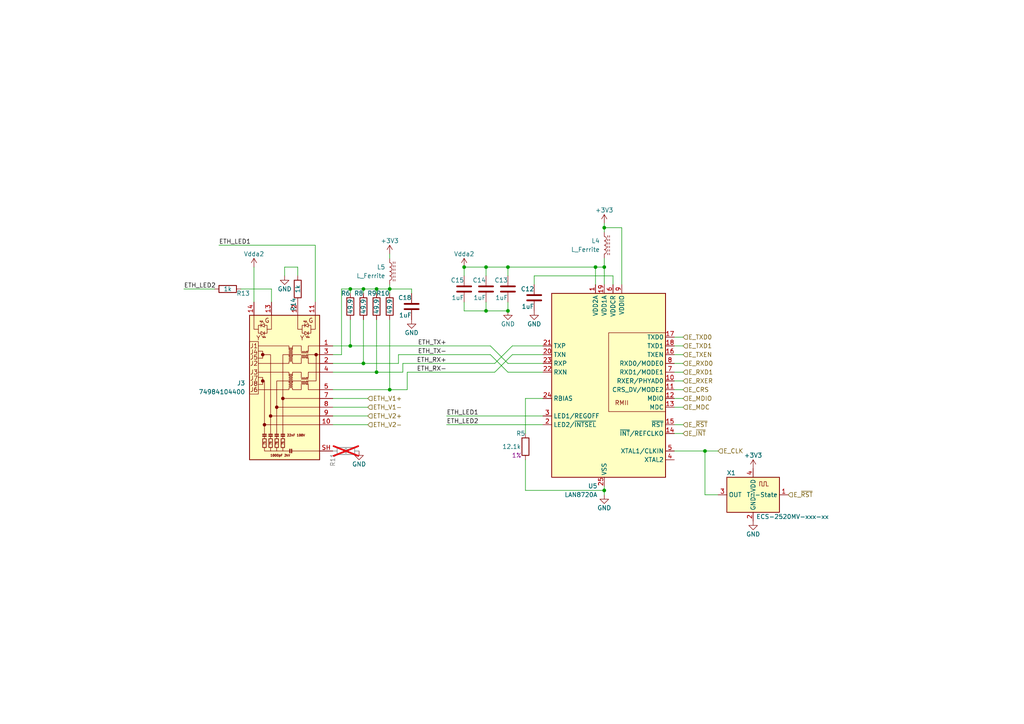
<source format=kicad_sch>
(kicad_sch (version 20230121) (generator eeschema)
  (paper "A4")
  (title_block (title "Addressable LED Controller") (date "2023-07-30") (rev "4.0") (comment 1 "Jamal Bouajjaj") (comment 2 "Ethernet Physical"))
  (lib_symbols
    (symbol "Device:C" (pin_numbers hide) (pin_names (offset 0.254))
      (property "Reference" "C" (at 0.635 2.54 0))
      (property "Value" "C" (at 0.635 -2.54 0))
      (symbol "C_0_1"
        (polyline (pts (xy -2.032 -0.762) (xy 2.032 -0.762)) (stroke (width 0.508)))
        (polyline (pts (xy -2.032 0.762) (xy 2.032 0.762)) (stroke (width 0.508)))
      )
      (symbol "C_1_1"
        (pin passive line (at 0 3.81 270) (length 2.794) (name "~") (number "1"))
        (pin passive line (at 0 -3.81 90) (length 2.794) (name "~") (number "2"))
      )
    )
    (symbol "Device:L_Ferrite" (pin_numbers hide) (pin_names (offset 1.016) hide)
      (property "Reference" "L" (at -1.27 0 90))
      (property "Value" "L_Ferrite" (at 2.794 0 90))
      (symbol "L_Ferrite_0_1"
        (arc (start 0 -2.54) (mid 0.6323 -1.905) (end 0 -1.27))
        (arc (start 0 -1.27) (mid 0.6323 -0.635) (end 0 0))
        (polyline (pts (xy 1.016 -2.794) (xy 1.016 -2.286)))
        (polyline (pts (xy 1.016 -1.778) (xy 1.016 -1.27)))
        (polyline (pts (xy 1.016 -0.762) (xy 1.016 -0.254)))
        (polyline (pts (xy 1.016 0.254) (xy 1.016 0.762)))
        (polyline (pts (xy 1.016 1.27) (xy 1.016 1.778)))
        (polyline (pts (xy 1.016 2.286) (xy 1.016 2.794)))
        (polyline (pts (xy 1.524 -2.286) (xy 1.524 -2.794)))
        (polyline (pts (xy 1.524 -1.27) (xy 1.524 -1.778)))
        (polyline (pts (xy 1.524 -0.254) (xy 1.524 -0.762)))
        (polyline (pts (xy 1.524 0.762) (xy 1.524 0.254)))
        (polyline (pts (xy 1.524 1.778) (xy 1.524 1.27)))
        (polyline (pts (xy 1.524 2.794) (xy 1.524 2.286)))
        (arc (start 0 0) (mid 0.6323 0.635) (end 0 1.27))
        (arc (start 0 1.27) (mid 0.6323 1.905) (end 0 2.54))
      )
      (symbol "L_Ferrite_1_1"
        (pin passive line (at 0 3.81 270) (length 1.27) (name "1") (number "1"))
        (pin passive line (at 0 -3.81 90) (length 1.27) (name "2") (number "2"))
      )
    )
    (symbol "Device:R" (pin_numbers hide) (pin_names (offset 0))
      (property "Reference" "R" (at 2.032 0 90))
      (property "Value" "R" (at 0 0 90))
      (symbol "R_0_1"
        (rectangle (start -1.016 -2.54) (end 1.016 2.54) (stroke (width 0.254)))
      )
      (symbol "R_1_1"
        (pin passive line (at 0 3.81 270) (length 1.27) (name "~") (number "1"))
        (pin passive line (at 0 -3.81 90) (length 1.27) (name "~") (number "2"))
      )
    )
    (symbol "Interface_Ethernet:LAN8720A"
      (property "Reference" "U" (at -13.97 29.21 0))
      (property "Value" "LAN8720A" (at 15.24 29.21 0))
      (symbol "LAN8720A_0_0"
        (text "RMII" (at -5.08 -3.81 0) (effects (font (size 1.27 1.27))))
      )
      (symbol "LAN8720A_0_1"
        (rectangle (start -17.78 27.94) (end 15.24 -25.4) (stroke (width 0.254)) (fill (type background)))
        (polyline (pts (xy -17.78 -6.35) (xy -1.27 -6.35) (xy -1.27 16.51) (xy -17.78 16.51)))
      )
      (symbol "LAN8720A_1_1"
        (pin power_in line (at 2.54 30.48 270) (length 2.54) (name "VDD2A") (number "1"))
        (pin output line (at -20.32 2.54 0) (length 2.54) (name "RXER/PHYAD0") (number "10"))
        (pin bidirectional line (at -20.32 0 0) (length 2.54) (name "CRS_DV/MODE2") (number "11"))
        (pin bidirectional line (at -20.32 -2.54 0) (length 2.54) (name "MDIO") (number "12"))
        (pin input line (at -20.32 -5.08 0) (length 2.54) (name "MDC") (number "13"))
        (pin output line (at -20.32 -12.7 0) (length 2.54) (name "~{INT}/REFCLKO") (number "14"))
        (pin input line (at -20.32 -10.16 0) (length 2.54) (name "~{RST}") (number "15"))
        (pin input line (at -20.32 10.16 0) (length 2.54) (name "TXEN") (number "16"))
        (pin input line (at -20.32 15.24 0) (length 2.54) (name "TXD0") (number "17"))
        (pin input line (at -20.32 12.7 0) (length 2.54) (name "TXD1") (number "18"))
        (pin power_in line (at 0 30.48 270) (length 2.54) (name "VDD1A") (number "19"))
        (pin bidirectional line (at 17.78 -10.16 180) (length 2.54) (name "LED2/~{INTSEL}") (number "2"))
        (pin bidirectional line (at 17.78 10.16 180) (length 2.54) (name "TXN") (number "20"))
        (pin bidirectional line (at 17.78 12.7 180) (length 2.54) (name "TXP") (number "21"))
        (pin bidirectional line (at 17.78 5.08 180) (length 2.54) (name "RXN") (number "22"))
        (pin bidirectional line (at 17.78 7.62 180) (length 2.54) (name "RXP") (number "23"))
        (pin passive line (at 17.78 -2.54 180) (length 2.54) (name "RBIAS") (number "24"))
        (pin power_in line (at 0 -27.94 90) (length 2.54) (name "VSS") (number "25"))
        (pin bidirectional line (at 17.78 -7.62 180) (length 2.54) (name "LED1/REGOFF") (number "3"))
        (pin output line (at -20.32 -20.32 0) (length 2.54) (name "XTAL2") (number "4"))
        (pin input line (at -20.32 -17.78 0) (length 2.54) (name "XTAL1/CLKIN") (number "5"))
        (pin power_in line (at -2.54 30.48 270) (length 2.54) (name "VDDCR") (number "6"))
        (pin bidirectional line (at -20.32 5.08 0) (length 2.54) (name "RXD1/MODE1") (number "7"))
        (pin bidirectional line (at -20.32 7.62 0) (length 2.54) (name "RXD0/MODE0") (number "8"))
        (pin power_in line (at -5.08 30.48 270) (length 2.54) (name "VDDIO") (number "9"))
      )
    )
    (symbol "Oscillator:ECS-2520MV-xxx-xx"
      (property "Reference" "X" (at -5.08 6.35 0))
      (property "Value" "ECS-2520MV-xxx-xx" (at 1.27 -6.35 0))
      (symbol "ECS-2520MV-xxx-xx_0_1"
        (rectangle (start -7.62 5.08) (end 7.62 -5.08) (stroke (width 0.254)) (fill (type background)))
        (polyline (pts (xy -4.445 2.54) (xy -3.81 2.54) (xy -3.81 3.81) (xy -3.175 3.81) (xy -3.175 2.54) (xy -2.54 2.54) (xy -2.54 3.81) (xy -1.905 3.81) (xy -1.905 2.54)))
      )
      (symbol "ECS-2520MV-xxx-xx_1_1"
        (pin input line (at -10.16 0 0) (length 2.54) (name "Tri-State") (number "1"))
        (pin power_in line (at 0 -7.62 90) (length 2.54) (name "GND") (number "2"))
        (pin output line (at 10.16 0 180) (length 2.54) (name "OUT") (number "3"))
        (pin power_in line (at 0 7.62 270) (length 2.54) (name "VDD") (number "4"))
      )
    )
    (symbol "ProjectLibrary:74984104400" (pin_names (offset 0) hide)
      (property "Reference" "J" (at 10.16 -19.05 0))
      (property "Value" "74984104400" (at -5.08 -21.59 0))
      (symbol "74984104400_0_0"
        (circle (center -10.414 10.16) (radius 0.0001) (stroke (width 0.508)))
        (circle (center -0.762 -2.54) (radius 0.0001) (stroke (width 0.508)))
        (polyline (pts (xy -6.096 2.54) (xy -3.556 2.54)))
        (polyline (pts (xy -6.096 10.16) (xy -3.556 10.16)))
        (polyline (pts (xy -3.556 0.508) (xy -3.556 0) (xy -6.096 0) (xy -6.096 1.524)))
        (polyline (pts (xy -3.556 4.572) (xy -3.556 5.08) (xy -6.096 5.08) (xy -6.096 3.556)))
        (polyline (pts (xy -3.556 8.128) (xy -3.556 7.62) (xy -6.096 7.62) (xy -6.096 9.144)))
        (polyline (pts (xy -3.556 12.192) (xy -3.556 12.7) (xy -6.096 12.7) (xy -6.096 11.176)))
        (circle (center 1.016 -5.08) (radius 0.0001) (stroke (width 0.508)))
        (circle (center 2.794 -7.62) (radius 0.0001) (stroke (width 0.508)))
        (circle (center 4.572 -10.16) (radius 0.0001) (stroke (width 0.508)))
        (circle (center 5.08 2.54) (radius 0.0001) (stroke (width 0.508)))
        (circle (center 5.08 10.16) (radius 0.0001) (stroke (width 0.508)))
        (text "1000pF 2kV" (at 0 -19.05 0) (effects (font (size 0.635 0.635))))
        (text "G" (at -8.89 20.066 0) (effects (font (size 1.27 1.27))))
        (text "G" (at 3.81 20.066 0) (effects (font (size 1.27 1.27))))
        (text "Y" (at -6.35 14.986 0) (effects (font (size 1.27 1.27))))
        (text "Y" (at 6.35 14.986 0) (effects (font (size 1.27 1.27))))
      )
      (symbol "74984104400_0_1"
        (rectangle (start -11.43 21.59) (end 8.89 -20.32) (stroke (width 0.254)) (fill (type background)))
        (arc (start -8.128 2.54) (mid -7.874 2.2871) (end -7.62 2.54))
        (arc (start -8.128 3.556) (mid -7.874 3.3031) (end -7.62 3.556))
        (arc (start -8.128 10.16) (mid -7.874 9.9071) (end -7.62 10.16))
        (arc (start -8.128 11.176) (mid -7.874 10.9231) (end -7.62 11.176))
        (circle (center -7.874 1.5251) (radius 0.0762) (stroke (width 0.0254)) (fill (type outline)))
        (circle (center -7.874 2.54) (radius 0.0762) (stroke (width 0.0254)) (fill (type outline)))
        (circle (center -7.874 3.556) (radius 0.0762) (stroke (width 0.0254)) (fill (type outline)))
        (circle (center -7.874 9.1451) (radius 0.0762) (stroke (width 0.0254)) (fill (type outline)))
        (circle (center -7.874 10.16) (radius 0.0762) (stroke (width 0.0254)) (fill (type outline)))
        (circle (center -7.874 11.176) (radius 0.0762) (stroke (width 0.0254)) (fill (type outline)))
        (arc (start -7.62 1.5251) (mid -7.874 1.778) (end -8.128 1.5251))
        (arc (start -7.62 2.54) (mid -7.366 2.2871) (end -7.112 2.54))
        (arc (start -7.62 3.556) (mid -7.366 3.3031) (end -7.112 3.556))
        (arc (start -7.62 9.1451) (mid -7.874 9.398) (end -8.128 9.1451))
        (arc (start -7.62 10.16) (mid -7.366 9.9071) (end -7.112 10.16))
        (arc (start -7.62 11.176) (mid -7.366 10.9231) (end -7.112 11.176))
        (arc (start -7.112 1.5251) (mid -7.366 1.778) (end -7.62 1.5251))
        (arc (start -7.112 2.54) (mid -6.858 2.2871) (end -6.604 2.54))
        (arc (start -7.112 3.556) (mid -6.858 3.3031) (end -6.604 3.556))
        (arc (start -7.112 9.1451) (mid -7.366 9.398) (end -7.62 9.1451))
        (arc (start -7.112 10.16) (mid -6.858 9.9071) (end -6.604 10.16))
        (arc (start -7.112 11.176) (mid -6.858 10.9231) (end -6.604 11.176))
        (arc (start -6.604 1.5251) (mid -6.858 1.778) (end -7.112 1.5251))
        (arc (start -6.604 2.54) (mid -6.35 2.2871) (end -6.096 2.54))
        (arc (start -6.604 3.556) (mid -6.35 3.3031) (end -6.096 3.556))
        (arc (start -6.604 9.1451) (mid -6.858 9.398) (end -7.112 9.1451))
        (arc (start -6.604 10.16) (mid -6.35 9.9071) (end -6.096 10.16))
        (arc (start -6.604 11.176) (mid -6.35 10.9231) (end -6.096 11.176))
        (arc (start -6.096 1.5251) (mid -6.35 1.778) (end -6.604 1.5251))
        (arc (start -6.096 9.1451) (mid -6.35 9.398) (end -6.604 9.1451))
        (arc (start -3.556 0.508) (mid -3.303 0.762) (end -3.556 1.016))
        (arc (start -3.556 1.016) (mid -3.3031 1.27) (end -3.556 1.524))
        (arc (start -3.556 1.524) (mid -3.303 1.778) (end -3.556 2.032))
        (arc (start -3.556 2.032) (mid -3.303 2.286) (end -3.556 2.54))
        (circle (center -3.556 2.286) (radius 0.0762) (stroke (width 0.0254)) (fill (type outline)))
        (arc (start -3.556 2.54) (mid -3.303 2.794) (end -3.556 3.048))
        (arc (start -3.556 3.048) (mid -3.303 3.302) (end -3.556 3.556))
        (arc (start -3.556 3.556) (mid -3.3031 3.81) (end -3.556 4.064))
        (arc (start -3.556 4.064) (mid -3.303 4.318) (end -3.556 4.572))
        (circle (center -3.556 4.318) (radius 0.0762) (stroke (width 0.0254)) (fill (type outline)))
        (arc (start -3.556 8.128) (mid -3.303 8.382) (end -3.556 8.636))
        (arc (start -3.556 8.636) (mid -3.3031 8.89) (end -3.556 9.144))
        (arc (start -3.556 9.144) (mid -3.303 9.398) (end -3.556 9.652))
        (arc (start -3.556 9.652) (mid -3.303 9.906) (end -3.556 10.16))
        (circle (center -3.556 9.906) (radius 0.0762) (stroke (width 0.0254)) (fill (type outline)))
        (arc (start -3.556 10.16) (mid -3.303 10.414) (end -3.556 10.668))
        (arc (start -3.556 10.668) (mid -3.303 10.922) (end -3.556 11.176))
        (arc (start -3.556 11.176) (mid -3.3031 11.43) (end -3.556 11.684))
        (arc (start -3.556 11.684) (mid -3.303 11.938) (end -3.556 12.192))
        (circle (center -3.556 11.938) (radius 0.0762) (stroke (width 0.0254)) (fill (type outline)))
        (arc (start -2.54 1.016) (mid -2.793 0.762) (end -2.54 0.508))
        (arc (start -2.54 1.524) (mid -2.7929 1.27) (end -2.54 1.016))
        (arc (start -2.54 2.032) (mid -2.793 1.778) (end -2.54 1.524))
        (circle (center -2.54 2.286) (radius 0.0762) (stroke (width 0.0254)) (fill (type outline)))
        (arc (start -2.54 2.54) (mid -2.793 2.286) (end -2.54 2.032))
        (arc (start -2.54 3.048) (mid -2.793 2.794) (end -2.54 2.54))
        (arc (start -2.54 3.556) (mid -2.793 3.302) (end -2.54 3.048))
        (arc (start -2.54 4.064) (mid -2.7929 3.81) (end -2.54 3.556))
        (circle (center -2.54 4.318) (radius 0.0762) (stroke (width 0.0254)) (fill (type outline)))
        (arc (start -2.54 4.572) (mid -2.793 4.318) (end -2.54 4.064))
        (arc (start -2.54 8.636) (mid -2.793 8.382) (end -2.54 8.128))
        (arc (start -2.54 9.144) (mid -2.7929 8.89) (end -2.54 8.636))
        (arc (start -2.54 9.652) (mid -2.793 9.398) (end -2.54 9.144))
        (circle (center -2.54 9.906) (radius 0.0762) (stroke (width 0.0254)) (fill (type outline)))
        (arc (start -2.54 10.16) (mid -2.793 9.906) (end -2.54 9.652))
        (arc (start -2.54 10.668) (mid -2.793 10.414) (end -2.54 10.16))
        (arc (start -2.54 11.176) (mid -2.793 10.922) (end -2.54 10.668))
        (arc (start -2.54 11.684) (mid -2.7929 11.43) (end -2.54 11.176))
        (circle (center -2.54 11.938) (radius 0.0762) (stroke (width 0.0254)) (fill (type outline)))
        (arc (start -2.54 12.192) (mid -2.793 11.938) (end -2.54 11.684))
        (rectangle (start -1.27 -16.764) (end -0.254 -14.224) (stroke (width 0.2032)))
        (polyline (pts (xy -8.382 15.113) (xy -7.874 15.621)))
        (polyline (pts (xy -8.128 16.891) (xy -8.128 15.875)))
        (polyline (pts (xy -7.874 15.113) (xy -7.366 15.621)))
        (polyline (pts (xy -7.366 19.939) (xy -7.874 19.431)))
        (polyline (pts (xy -7.112 18.161) (xy -7.112 19.177)))
        (polyline (pts (xy -6.858 19.939) (xy -7.366 19.431)))
        (polyline (pts (xy -6.096 2.032) (xy -8.128 2.032)))
        (polyline (pts (xy -6.096 3.048) (xy -8.128 3.048)))
        (polyline (pts (xy -6.096 9.652) (xy -8.128 9.652)))
        (polyline (pts (xy -6.096 10.668) (xy -8.128 10.668)))
        (polyline (pts (xy -3.302 -17.272) (xy -3.302 -18.288)) (stroke (width 0.3302)))
        (polyline (pts (xy -3.048 0.508) (xy -3.048 4.572)))
        (polyline (pts (xy -3.048 8.128) (xy -3.048 12.192)))
        (polyline (pts (xy -2.794 -17.272) (xy -2.794 -18.288)) (stroke (width 0.3302)))
        (polyline (pts (xy -0.254 -13.462) (xy -1.27 -13.462)) (stroke (width 0.3302)))
        (polyline (pts (xy -0.254 -12.954) (xy -1.27 -12.954)) (stroke (width 0.3302)))
        (polyline (pts (xy 1.524 -13.462) (xy 0.508 -13.462)) (stroke (width 0.3302)))
        (polyline (pts (xy 1.524 -12.954) (xy 0.508 -12.954)) (stroke (width 0.3302)))
        (polyline (pts (xy 3.302 -13.462) (xy 2.286 -13.462)) (stroke (width 0.3302)))
        (polyline (pts (xy 3.302 -12.954) (xy 2.286 -12.954)) (stroke (width 0.3302)))
        (polyline (pts (xy 4.318 15.113) (xy 4.826 15.621)))
        (polyline (pts (xy 4.572 16.891) (xy 4.572 15.875)))
        (polyline (pts (xy 4.826 15.113) (xy 5.334 15.621)))
        (polyline (pts (xy 5.08 -13.462) (xy 4.064 -13.462)) (stroke (width 0.3302)))
        (polyline (pts (xy 5.08 -12.954) (xy 4.064 -12.954)) (stroke (width 0.3302)))
        (polyline (pts (xy 5.334 19.939) (xy 4.826 19.431)))
        (polyline (pts (xy 5.588 18.161) (xy 5.588 19.177)))
        (polyline (pts (xy 5.842 19.939) (xy 5.334 19.431)))
        (polyline (pts (xy -8.89 17.526) (xy -8.89 16.383) (xy -8.128 16.383)))
        (polyline (pts (xy -8.89 17.526) (xy -8.89 18.669) (xy -8.128 18.669)))
        (polyline (pts (xy -8.382 15.367) (xy -8.382 15.113) (xy -8.128 15.113)))
        (polyline (pts (xy -7.874 15.367) (xy -7.874 15.113) (xy -7.62 15.113)))
        (polyline (pts (xy -7.366 19.685) (xy -7.366 19.939) (xy -7.62 19.939)))
        (polyline (pts (xy -6.858 19.685) (xy -6.858 19.939) (xy -7.112 19.939)))
        (polyline (pts (xy -6.35 17.526) (xy -6.35 16.383) (xy -7.112 16.383)))
        (polyline (pts (xy -6.35 17.526) (xy -6.35 18.669) (xy -7.112 18.669)))
        (polyline (pts (xy 3.81 17.526) (xy 3.81 16.383) (xy 4.572 16.383)))
        (polyline (pts (xy 3.81 17.526) (xy 3.81 18.669) (xy 4.572 18.669)))
        (polyline (pts (xy 4.318 15.367) (xy 4.318 15.113) (xy 4.572 15.113)))
        (polyline (pts (xy 4.826 15.367) (xy 4.826 15.113) (xy 5.08 15.113)))
        (polyline (pts (xy 5.334 19.685) (xy 5.334 19.939) (xy 5.08 19.939)))
        (polyline (pts (xy 5.842 19.685) (xy 5.842 19.939) (xy 5.588 19.939)))
        (polyline (pts (xy 6.35 17.526) (xy 6.35 16.383) (xy 5.588 16.383)))
        (polyline (pts (xy 6.35 17.526) (xy 6.35 18.669) (xy 5.588 18.669)))
        (polyline (pts (xy -8.128 16.383) (xy -7.112 16.891) (xy -7.112 15.875) (xy -8.128 16.383)))
        (polyline (pts (xy -7.112 18.669) (xy -8.128 18.161) (xy -8.128 19.177) (xy -7.112 18.669)))
        (polyline (pts (xy 4.572 16.383) (xy 5.588 16.891) (xy 5.588 15.875) (xy 4.572 16.383)))
        (polyline (pts (xy 5.588 18.669) (xy 4.572 18.161) (xy 4.572 19.177) (xy 5.588 18.669)))
        (rectangle (start 0.508 -16.764) (end 1.524 -14.224) (stroke (width 0.2032)))
        (rectangle (start 2.286 -16.764) (end 3.302 -14.224) (stroke (width 0.2032)))
        (rectangle (start 4.064 -16.764) (end 5.08 -14.224) (stroke (width 0.2032)))
        (rectangle (start 6.35 13.97) (end 8.89 -1.27))
      )
      (symbol "74984104400_1_0"
        (polyline (pts (xy -11.43 -10.16) (xy 4.572 -10.16)))
        (polyline (pts (xy -11.43 -7.62) (xy 2.794 -7.62)))
        (polyline (pts (xy -11.43 -2.54) (xy -0.762 -2.54)))
        (polyline (pts (xy -8.128 10.16) (xy -11.43 10.16)))
        (polyline (pts (xy -3.302 -17.78) (xy -11.43 -17.78)))
        (polyline (pts (xy -0.762 -13.462) (xy -0.762 -14.224)))
        (polyline (pts (xy 1.016 -13.462) (xy 1.016 -14.224)))
        (polyline (pts (xy 1.016 -5.08) (xy -11.43 -5.08)))
        (polyline (pts (xy 2.794 -13.462) (xy 2.794 -14.224)))
        (polyline (pts (xy 4.572 -13.462) (xy 4.572 -14.224)))
        (polyline (pts (xy -10.414 10.16) (xy -10.414 2.54) (xy -8.128 2.54)))
        (polyline (pts (xy -10.16 21.59) (xy -10.16 17.526) (xy -8.89 17.526)))
        (polyline (pts (xy -8.128 1.524) (xy -8.128 0) (xy -11.43 0)))
        (polyline (pts (xy -8.128 3.556) (xy -8.128 5.08) (xy -11.43 5.08)))
        (polyline (pts (xy -8.128 9.144) (xy -8.128 7.62) (xy -11.43 7.62)))
        (polyline (pts (xy -8.128 11.176) (xy -8.128 12.7) (xy -11.43 12.7)))
        (polyline (pts (xy -5.08 21.59) (xy -5.08 17.526) (xy -6.35 17.526)))
        (polyline (pts (xy -2.54 0.508) (xy -2.54 0) (xy 6.35 0)))
        (polyline (pts (xy -2.54 4.572) (xy -2.54 5.08) (xy 6.35 5.08)))
        (polyline (pts (xy -2.54 8.128) (xy -2.54 7.62) (xy 6.35 7.62)))
        (polyline (pts (xy -2.54 12.192) (xy -2.54 12.7) (xy 6.35 12.7)))
        (polyline (pts (xy -0.762 -16.764) (xy -0.762 -17.78) (xy -2.794 -17.78)))
        (polyline (pts (xy -0.762 -12.954) (xy -0.762 10.16) (xy -2.54 10.16)))
        (polyline (pts (xy 1.016 -16.764) (xy 1.016 -17.78) (xy -0.762 -17.78)))
        (polyline (pts (xy 1.016 -12.954) (xy 1.016 2.54) (xy -2.54 2.54)))
        (polyline (pts (xy 2.54 21.59) (xy 2.54 17.526) (xy 3.81 17.526)))
        (polyline (pts (xy 2.794 -16.764) (xy 2.794 -17.78) (xy 1.016 -17.78)))
        (polyline (pts (xy 2.794 -12.954) (xy 2.794 10.16) (xy 5.08 10.16)))
        (polyline (pts (xy 4.572 -16.764) (xy 4.572 -17.78) (xy 2.794 -17.78)))
        (polyline (pts (xy 5.08 2.54) (xy 4.572 2.54) (xy 4.572 -12.954)))
        (polyline (pts (xy 7.62 21.59) (xy 7.62 17.526) (xy 6.35 17.526)))
        (polyline (pts (xy 6.35 1.524) (xy 5.08 1.524) (xy 5.08 3.556) (xy 6.35 3.556)))
        (polyline (pts (xy 6.35 9.144) (xy 5.08 9.144) (xy 5.08 11.176) (xy 6.35 11.176)))
        (text "22nF 100V" (at -4.572 -13.208 0) (effects (font (size 0.635 0.635))))
        (text "75" (at -0.762 -15.494 900) (effects (font (size 0.508 0.508))))
        (text "75" (at 1.016 -15.494 900) (effects (font (size 0.508 0.508))))
        (text "75" (at 2.794 -15.494 900) (effects (font (size 0.508 0.508))))
        (text "75" (at 4.572 -15.494 900) (effects (font (size 0.508 0.508))))
        (text "J1" (at 7.62 12.7 0) (effects (font (size 1.27 1.27))))
        (text "J2" (at 7.62 7.62 0) (effects (font (size 1.27 1.27))))
        (text "J3" (at 7.62 5.08 0) (effects (font (size 1.27 1.27))))
        (text "J4" (at 7.62 10.922 0) (effects (font (size 1.27 1.27))))
        (text "J5" (at 7.62 9.398 0) (effects (font (size 1.27 1.27))))
        (text "J6" (at 7.62 0 0) (effects (font (size 1.27 1.27))))
        (text "J7" (at 7.62 3.302 0) (effects (font (size 1.27 1.27))))
        (text "J8" (at 7.62 1.778 0) (effects (font (size 1.27 1.27))))
      )
      (symbol "74984104400_1_1"
        (pin passive line (at -15.24 12.7 0) (length 3.81) (name "TD+") (number "1"))
        (pin passive line (at -15.24 -10.16 0) (length 3.81) (name "V2-") (number "10"))
        (pin passive line (at -10.16 25.4 270) (length 3.81) (name "~") (number "11"))
        (pin passive line (at -5.08 25.4 270) (length 3.81) (name "~") (number "12"))
        (pin passive line (at 2.54 25.4 270) (length 3.81) (name "~") (number "13"))
        (pin passive line (at 7.62 25.4 270) (length 3.81) (name "~") (number "14"))
        (pin passive line (at -15.24 7.62 0) (length 3.81) (name "TD-") (number "2"))
        (pin passive line (at -15.24 10.16 0) (length 3.81) (name "CD") (number "3"))
        (pin passive line (at -15.24 5.08 0) (length 3.81) (name "RD+") (number "4"))
        (pin passive line (at -15.24 0 0) (length 3.81) (name "RD-") (number "5"))
        (pin passive line (at -15.24 -2.54 0) (length 3.81) (name "V1+") (number "7"))
        (pin passive line (at -15.24 -5.08 0) (length 3.81) (name "V1-") (number "8"))
        (pin passive line (at -15.24 -7.62 0) (length 3.81) (name "V2+") (number "9"))
        (pin passive line (at -15.24 -17.78 0) (length 3.81) (name "SH") (number "SH"))
      )
    )
    (symbol "ProjectLibrary:Vdda2" (power) (pin_names (offset 0))
      (property "Value" "Vdda2" (at 0 3.81 0))
      (symbol "Vdda2_0_1"
        (polyline (pts (xy -0.762 1.27) (xy 0 2.54)))
        (polyline (pts (xy 0 0) (xy 0 2.54)))
        (polyline (pts (xy 0 2.54) (xy 0.762 1.27)))
      )
      (symbol "Vdda2_1_1"
        (pin power_in line (at 0 0 90) (length 0) hide (name "Vdda2") (number "1"))
      )
    )
    (symbol "power:+3V3" (power) (pin_names (offset 0))
      (property "Value" "+3V3" (at 0 3.556 0))
      (symbol "+3V3_0_1"
        (polyline (pts (xy -0.762 1.27) (xy 0 2.54)))
        (polyline (pts (xy 0 0) (xy 0 2.54)))
        (polyline (pts (xy 0 2.54) (xy 0.762 1.27)))
      )
      (symbol "+3V3_1_1"
        (pin power_in line (at 0 0 90) (length 0) hide (name "+3V3") (number "1"))
      )
    )
    (symbol "power:GND" (power) (pin_names (offset 0))
      (property "Value" "GND" (at 0 -3.81 0))
      (symbol "GND_0_1"
        (polyline (pts (xy 0 0) (xy 0 -1.27) (xy 1.27 -1.27) (xy 0 -2.54) (xy -1.27 -1.27) (xy 0 -1.27)))
      )
      (symbol "GND_1_1"
        (pin power_in line (at 0 0 270) (length 0) hide (name "GND") (number "1"))
      )
    )
  )
  (junction (at 175.26 66.04))
  (junction (at 172.72 77.47))
  (junction (at 175.26 77.47))
  (junction (at 109.22 83.82))
  (junction (at 134.62 77.47))
  (junction (at 105.41 83.82))
  (junction (at 147.32 77.47))
  (junction (at 140.97 90.17))
  (junction (at 175.26 142.24))
  (junction (at 109.22 107.95))
  (junction (at 113.03 113.03))
  (junction (at 101.6 83.82))
  (junction (at 105.41 105.41))
  (junction (at 204.47 130.81))
  (junction (at 140.97 77.47))
  (junction (at 113.03 83.82))
  (junction (at 101.6 100.33))
  (junction (at 147.32 90.17))
  (wire (pts (xy 198.12 100.33) (xy 195.58 100.33)))
  (wire (pts (xy 116.84 105.41) (xy 116.84 107.95)))
  (wire (pts (xy 113.03 83.82) (xy 109.22 83.82)))
  (wire (pts (xy 198.12 97.79) (xy 195.58 97.79)))
  (wire (pts (xy 129.54 123.19) (xy 157.48 123.19)))
  (wire (pts (xy 172.72 77.47) (xy 172.72 82.55)))
  (wire (pts (xy 195.58 123.19) (xy 198.12 123.19)))
  (wire (pts (xy 208.28 130.81) (xy 204.47 130.81)))
  (wire (pts (xy 147.32 107.95) (xy 157.48 107.95)))
  (wire (pts (xy 105.41 92.71) (xy 105.41 105.41)))
  (wire (pts (xy 147.32 77.47) (xy 147.32 80.01)))
  (wire (pts (xy 113.03 82.55) (xy 113.03 83.82)))
  (wire (pts (xy 208.28 143.51) (xy 204.47 143.51)))
  (wire (pts (xy 147.32 90.17) (xy 140.97 90.17)))
  (wire (pts (xy 177.8 80.01) (xy 154.94 80.01)))
  (wire (pts (xy 113.03 73.66) (xy 113.03 74.93)))
  (wire (pts (xy 198.12 118.11) (xy 195.58 118.11)))
  (wire (pts (xy 140.97 90.17) (xy 134.62 90.17)))
  (wire (pts (xy 113.03 92.71) (xy 113.03 113.03)))
  (wire (pts (xy 134.62 77.47) (xy 134.62 80.01)))
  (wire (pts (xy 142.24 102.87) (xy 147.32 107.95)))
  (wire (pts (xy 152.4 133.35) (xy 152.4 142.24)))
  (wire (pts (xy 180.34 66.04) (xy 180.34 82.55)))
  (wire (pts (xy 198.12 113.03) (xy 195.58 113.03)))
  (wire (pts (xy 204.47 143.51) (xy 204.47 130.81)))
  (wire (pts (xy 175.26 64.77) (xy 175.26 66.04)))
  (wire (pts (xy 172.72 77.47) (xy 147.32 77.47)))
  (wire (pts (xy 147.32 87.63) (xy 147.32 90.17)))
  (wire (pts (xy 157.48 120.65) (xy 129.54 120.65)))
  (wire (pts (xy 99.06 102.87) (xy 99.06 83.82)))
  (wire (pts (xy 86.36 80.01) (xy 86.36 77.47)))
  (wire (pts (xy 118.11 113.03) (xy 113.03 113.03)))
  (wire (pts (xy 198.12 115.57) (xy 195.58 115.57)))
  (wire (pts (xy 140.97 77.47) (xy 140.97 80.01)))
  (wire (pts (xy 116.84 107.95) (xy 109.22 107.95)))
  (wire (pts (xy 109.22 83.82) (xy 105.41 83.82)))
  (wire (pts (xy 143.51 107.95) (xy 148.59 102.87)))
  (wire (pts (xy 198.12 105.41) (xy 195.58 105.41)))
  (wire (pts (xy 148.59 100.33) (xy 157.48 100.33)))
  (wire (pts (xy 105.41 83.82) (xy 105.41 85.09)))
  (wire (pts (xy 101.6 100.33) (xy 142.24 100.33)))
  (wire (pts (xy 105.41 105.41) (xy 96.52 105.41)))
  (wire (pts (xy 175.26 77.47) (xy 172.72 77.47)))
  (wire (pts (xy 115.57 102.87) (xy 142.24 102.87)))
  (wire (pts (xy 143.51 105.41) (xy 148.59 100.33)))
  (wire (pts (xy 152.4 142.24) (xy 175.26 142.24)))
  (wire (pts (xy 175.26 66.04) (xy 180.34 66.04)))
  (wire (pts (xy 78.74 83.82) (xy 69.85 83.82)))
  (wire (pts (xy 140.97 77.47) (xy 134.62 77.47)))
  (wire (pts (xy 116.84 105.41) (xy 143.51 105.41)))
  (wire (pts (xy 119.38 83.82) (xy 113.03 83.82)))
  (wire (pts (xy 198.12 107.95) (xy 195.58 107.95)))
  (wire (pts (xy 73.66 77.47) (xy 73.66 87.63)))
  (wire (pts (xy 118.11 107.95) (xy 118.11 113.03)))
  (wire (pts (xy 115.57 102.87) (xy 115.57 105.41)))
  (wire (pts (xy 105.41 83.82) (xy 101.6 83.82)))
  (wire (pts (xy 101.6 83.82) (xy 101.6 85.09)))
  (wire (pts (xy 142.24 100.33) (xy 147.32 105.41)))
  (wire (pts (xy 204.47 130.81) (xy 195.58 130.81)))
  (wire (pts (xy 175.26 66.04) (xy 175.26 67.31)))
  (wire (pts (xy 106.68 115.57) (xy 96.52 115.57)))
  (wire (pts (xy 82.55 77.47) (xy 82.55 80.01)))
  (wire (pts (xy 109.22 83.82) (xy 109.22 85.09)))
  (wire (pts (xy 106.68 123.19) (xy 96.52 123.19)))
  (wire (pts (xy 99.06 102.87) (xy 96.52 102.87)))
  (wire (pts (xy 115.57 105.41) (xy 105.41 105.41)))
  (wire (pts (xy 175.26 77.47) (xy 175.26 82.55)))
  (wire (pts (xy 119.38 85.09) (xy 119.38 83.82)))
  (wire (pts (xy 106.68 120.65) (xy 96.52 120.65)))
  (wire (pts (xy 63.5 71.12) (xy 91.44 71.12)))
  (wire (pts (xy 198.12 102.87) (xy 195.58 102.87)))
  (wire (pts (xy 91.44 71.12) (xy 91.44 87.63)))
  (wire (pts (xy 147.32 105.41) (xy 157.48 105.41)))
  (wire (pts (xy 195.58 125.73) (xy 198.12 125.73)))
  (wire (pts (xy 134.62 90.17) (xy 134.62 87.63)))
  (wire (pts (xy 109.22 92.71) (xy 109.22 107.95)))
  (wire (pts (xy 96.52 107.95) (xy 109.22 107.95)))
  (wire (pts (xy 113.03 113.03) (xy 96.52 113.03)))
  (wire (pts (xy 53.34 83.82) (xy 62.23 83.82)))
  (wire (pts (xy 175.26 142.24) (xy 175.26 140.97)))
  (wire (pts (xy 175.26 74.93) (xy 175.26 77.47)))
  (wire (pts (xy 147.32 77.47) (xy 140.97 77.47)))
  (wire (pts (xy 177.8 82.55) (xy 177.8 80.01)))
  (wire (pts (xy 175.26 143.51) (xy 175.26 142.24)))
  (wire (pts (xy 140.97 87.63) (xy 140.97 90.17)))
  (wire (pts (xy 99.06 83.82) (xy 101.6 83.82)))
  (wire (pts (xy 152.4 115.57) (xy 157.48 115.57)))
  (wire (pts (xy 154.94 80.01) (xy 154.94 82.55)))
  (wire (pts (xy 118.11 107.95) (xy 143.51 107.95)))
  (wire (pts (xy 198.12 110.49) (xy 195.58 110.49)))
  (wire (pts (xy 101.6 92.71) (xy 101.6 100.33)))
  (wire (pts (xy 113.03 83.82) (xy 113.03 85.09)))
  (wire (pts (xy 152.4 125.73) (xy 152.4 115.57)))
  (wire (pts (xy 148.59 102.87) (xy 157.48 102.87)))
  (wire (pts (xy 86.36 77.47) (xy 82.55 77.47)))
  (wire (pts (xy 78.74 87.63) (xy 78.74 83.82)))
  (wire (pts (xy 101.6 100.33) (xy 96.52 100.33)))
  (wire (pts (xy 106.68 118.11) (xy 96.52 118.11)))
  (label "ETH_RX+" (at 129.54 105.41 180))
  (label "ETH_TX+" (at 129.54 100.33 180))
  (label "ETH_LED1" (at 63.5 71.12 0))
  (label "ETH_RX-" (at 129.54 107.95 180))
  (label "ETH_LED2" (at 129.54 123.19 0))
  (label "ETH_LED2" (at 53.34 83.82 0))
  (label "ETH_LED1" (at 129.54 120.65 0))
  (label "ETH_TX-" (at 129.54 102.87 180))
  (hierarchical_label "E_TXD1" (shape input) (at 198.12 100.33 0))
  (hierarchical_label "E_RXD0" (shape input) (at 198.12 105.41 0))
  (hierarchical_label "E_~{INT}" (shape input) (at 198.12 125.73 0))
  (hierarchical_label "ETH_V2-" (shape input) (at 106.68 123.19 0))
  (hierarchical_label "E_CLK" (shape input) (at 208.28 130.81 0))
  (hierarchical_label "E_TXD0" (shape input) (at 198.12 97.79 0))
  (hierarchical_label "E_MDC" (shape input) (at 198.12 118.11 0))
  (hierarchical_label "E_RXD1" (shape input) (at 198.12 107.95 0))
  (hierarchical_label "ETH_V1-" (shape input) (at 106.68 118.11 0))
  (hierarchical_label "ETH_V2+" (shape input) (at 106.68 120.65 0))
  (hierarchical_label "E_TXEN" (shape input) (at 198.12 102.87 0))
  (hierarchical_label "E_CRS" (shape input) (at 198.12 113.03 0))
  (hierarchical_label "ETH_V1+" (shape input) (at 106.68 115.57 0))
  (hierarchical_label "E_MDIO" (shape input) (at 198.12 115.57 0))
  (hierarchical_label "E_~{RST}" (shape input) (at 198.12 123.19 0))
  (hierarchical_label "E_RXER" (shape input) (at 198.12 110.49 0))
  (hierarchical_label "E_~{RST}" (shape input) (at 228.6 143.51 0))
  (symbol (lib_id "power:GND") (at 82.55 80.01 0) (unit 1)
    (property "Reference" "#PWR022" (effects hide))
    (property "Value" "GND" (at 82.55 83.82 0))
    (instances (project "LED_Controller" (path "" (reference "#PWR022") (unit 1)) (path "" (reference "#PWR013") (unit 1))))
  )
  (symbol (lib_id "Oscillator:ECS-2520MV-xxx-xx") (at 218.44 143.51 0) (mirror y) (unit 1)
    (property "Reference" "X1" (at 212.09 137.16 0))
    (property "Value" "ECS-2520MV-xxx-xx" (at 229.87 149.86 0))
    (property "Footprint" "Oscillator:Oscillator_SMD_ECS_2520MV-xxx-xx-4Pin_2.5x2.0mm" (effects hide))
    (property "Datasheet" "https://www.ecsxtal.com/store/pdf/ECS-2520MV.pdf" (effects hide))
  )
  (symbol (lib_id "power:+3V3") (at 218.44 135.89 0) (mirror y) (unit 1)
    (property "Reference" "#PWR06" (effects hide))
    (property "Value" "+3V3" (at 218.44 132.08 0))
    (instances (project "LED_Controller" (path "" (reference "#PWR06") (unit 1)) (path "" (reference "#PWR018") (unit 1))))
  )
  (symbol (lib_id "Interface_Ethernet:LAN8720A") (at 175.26 113.03 0) (mirror y) (unit 1)
    (property "Reference" "U5" (at 173.3041 140.97 0) (effects (justify left)))
    (property "Value" "LAN8720A" (at 173.3041 143.51 0) (effects (justify left)))
    (property "Footprint" "Package_DFN_QFN:VQFN-24-1EP_4x4mm_P0.5mm_EP2.5x2.5mm_ThermalVias" (effects hide))
    (property "Datasheet" "http://ww1.microchip.com/downloads/en/DeviceDoc/8720a.pdf" (effects hide))
  )
  (symbol (lib_id "power:GND") (at 154.94 90.17 0) (mirror y) (unit 1)
    (property "Reference" "#PWR012" (effects hide))
    (property "Value" "GND" (at 154.94 93.98 0))
    (instances (project "LED_Controller" (path "" (reference "#PWR012") (unit 1)) (path "" (reference "#PWR014") (unit 1))))
  )
  (symbol (lib_id "Device:L_Ferrite") (at 113.03 78.74 0) (mirror x) (unit 1)
    (property "Reference" "L5" (at 111.76 77.47 0) (effects (justify right)))
    (property "Value" "L_Ferrite" (at 111.76 80.01 0) (effects (justify right)))
    (property "Footprint" "Inductor_SMD:L_0805_2012Metric" (effects hide))
  )
  (symbol (lib_id "power:+3V3") (at 175.26 64.77 0) (mirror y) (unit 1)
    (property "Reference" "#PWR06" (effects hide))
    (property "Value" "+3V3" (at 175.26 60.96 0))
  )
  (symbol (lib_id "Device:L_Ferrite") (at 175.26 71.12 0) (mirror x) (unit 1)
    (property "Reference" "L4" (at 173.99 69.85 0) (effects (justify right)))
    (property "Value" "L_Ferrite" (at 173.99 72.39 0) (effects (justify right)))
    (property "Footprint" "Inductor_SMD:L_0805_2012Metric" (effects hide))
  )
  (symbol (lib_id "Device:R") (at 66.04 83.82 270) (unit 1)
    (property "Reference" "R13" (at 68.58 85.09 90) (effects (justify left)))
    (property "Value" "1k" (at 66.04 83.82 90))
    (property "Footprint" "Resistor_SMD:R_0805_2012Metric" (effects hide))
    (instances (project "LED_Controller" (path "" (reference "R13") (unit 1)) (path "" (reference "R5") (unit 1))))
  )
  (symbol (lib_id "ProjectLibrary:74984104400") (at 81.28 113.03 0) (mirror y) (unit 1)
    (property "Reference" "J3" (at 71.12 111.125 0) (effects (justify left)))
    (property "Value" "74984104400" (at 71.12 113.665 0) (effects (justify left)))
    (property "Footprint" "ProjectFootprints:74984104400" (effects hide))
    (property "Datasheet" "https://www.we-online.com/components/products/datasheet/74984104400.pdf" (effects hide))
  )
  (symbol (lib_id "Device:C") (at 119.38 88.9 0) (mirror y) (unit 1)
    (property "Reference" "C18" (at 119.38 86.36 0) (effects (justify left)))
    (property "Value" "1uF" (at 119.38 91.44 0) (effects (justify left)))
    (property "Footprint" "Capacitor_SMD:C_0805_2012Metric" (effects hide))
    (instances (project "LED_Controller" (path "" (reference "C18") (unit 1)) (path "" (reference "C16") (unit 1))))
  )
  (symbol (lib_id "power:GND") (at 147.32 90.17 0) (mirror y) (unit 1)
    (property "Reference" "#PWR013" (effects hide))
    (property "Value" "GND" (at 147.32 93.98 0))
    (instances (project "LED_Controller" (path "" (reference "#PWR013") (unit 1)) (path "" (reference "#PWR015") (unit 1))))
  )
  (symbol (lib_id "Device:R") (at 113.03 88.9 0) (mirror y) (unit 1)
    (property "Reference" "R10" (at 113.03 85.09 0) (effects (justify left)))
    (property "Value" "49.9" (at 113.03 88.9 90))
    (property "Footprint" "Resistor_SMD:R_0805_2012Metric" (effects hide))
    (instances (project "LED_Controller" (path "" (reference "R10") (unit 1)) (path "" (reference "R11") (unit 1))))
  )
  (symbol (lib_id "power:+3V3") (at 113.03 73.66 0) (mirror y) (unit 1)
    (property "Reference" "#PWR016" (effects hide))
    (property "Value" "+3V3" (at 113.03 69.85 0))
    (instances (project "LED_Controller" (path "" (reference "#PWR016") (unit 1)) (path "" (reference "#PWR09") (unit 1))))
  )
  (symbol (lib_id "ProjectLibrary:Vdda2") (at 134.62 77.47 0) (mirror y) (unit 1)
    (property "Reference" "#PWR020" (effects hide))
    (property "Value" "Vdda2" (at 134.62 73.66 0))
    (instances (project "LED_Controller" (path "" (reference "#PWR020") (unit 1)) (path "" (reference "#PWR012") (unit 1))))
  )
  (symbol (lib_id "Device:R") (at 152.4 129.54 0) (mirror y) (unit 1)
    (property "Reference" "R5" (at 152.4 125.73 0) (effects (justify left)))
    (property "Value" "12.1k" (at 151.13 129.54 0) (effects (justify left)))
    (property "Footprint" "Resistor_SMD:R_0805_2012Metric" (effects hide))
    (property "Tollerance" "1%" (at 149.86 132.08 0))
    (instances (project "LED_Controller" (path "" (reference "R5") (unit 1)) (path "" (reference "R14") (unit 1))))
  )
  (symbol (lib_id "Device:C") (at 140.97 83.82 0) (mirror y) (unit 1)
    (property "Reference" "C14" (at 140.97 81.28 0) (effects (justify left)))
    (property "Value" "1uF" (at 140.97 86.36 0) (effects (justify left)))
    (property "Footprint" "Capacitor_SMD:C_0805_2012Metric" (effects hide))
    (instances (project "LED_Controller" (path "" (reference "C14") (unit 1)) (path "" (reference "C13") (unit 1))))
  )
  (symbol (lib_id "Device:C") (at 147.32 83.82 0) (mirror y) (unit 1)
    (property "Reference" "C13" (at 147.32 81.28 0) (effects (justify left)))
    (property "Value" "1uF" (at 147.32 86.36 0) (effects (justify left)))
    (property "Footprint" "Capacitor_SMD:C_0805_2012Metric" (effects hide))
    (instances (project "LED_Controller" (path "" (reference "C13") (unit 1)) (path "" (reference "C12") (unit 1))))
  )
  (symbol (lib_id "Device:R") (at 100.33 130.81 90) (mirror x) (unit 1) (dnp yes)
    (property "Reference" "R11" (at 96.52 131.445 0) (effects (justify left)))
    (property "Value" "0" (at 100.33 130.81 90))
    (property "Footprint" "Resistor_SMD:R_0805_2012Metric" (effects hide))
    (instances (project "LED_Controller" (path "" (reference "R11") (unit 1)) (path "" (reference "R30") (unit 1))))
  )
  (symbol (lib_id "Device:R") (at 109.22 88.9 0) (mirror y) (unit 1)
    (property "Reference" "R9" (at 109.22 85.09 0) (effects (justify left)))
    (property "Value" "49.9" (at 109.22 88.9 90))
    (property "Footprint" "Resistor_SMD:R_0805_2012Metric" (effects hide))
    (instances (project "LED_Controller" (path "" (reference "R9") (unit 1)) (path "" (reference "R10") (unit 1))))
  )
  (symbol (lib_id "power:GND") (at 218.44 151.13 0) (mirror y) (unit 1)
    (property "Reference" "#PWR09" (effects hide))
    (property "Value" "GND" (at 218.44 154.94 0))
    (instances (project "LED_Controller" (path "" (reference "#PWR09") (unit 1)) (path "" (reference "#PWR022") (unit 1))))
  )
  (symbol (lib_id "ProjectLibrary:Vdda2") (at 73.66 77.47 0) (mirror y) (unit 1)
    (property "Reference" "#PWR020" (effects hide))
    (property "Value" "Vdda2" (at 73.66 73.66 0))
    (instances (project "LED_Controller" (path "" (reference "#PWR020") (unit 1)) (path "" (reference "#PWR039") (unit 1))))
  )
  (symbol (lib_id "Device:C") (at 134.62 83.82 0) (mirror y) (unit 1)
    (property "Reference" "C15" (at 134.62 81.28 0) (effects (justify left)))
    (property "Value" "1uF" (at 134.62 86.36 0) (effects (justify left)))
    (property "Footprint" "Capacitor_SMD:C_0805_2012Metric" (effects hide))
    (instances (project "LED_Controller" (path "" (reference "C15") (unit 1)) (path "" (reference "C14") (unit 1))))
  )
  (symbol (lib_id "Device:C") (at 154.94 86.36 0) (mirror y) (unit 1)
    (property "Reference" "C12" (at 154.94 83.82 0) (effects (justify left)))
    (property "Value" "1uF" (at 154.94 88.9 0) (effects (justify left)))
    (property "Footprint" "Capacitor_SMD:C_0805_2012Metric" (effects hide))
    (instances (project "LED_Controller" (path "" (reference "C12") (unit 1)) (path "" (reference "C15") (unit 1))))
  )
  (symbol (lib_id "power:GND") (at 175.26 143.51 0) (mirror y) (unit 1)
    (property "Reference" "#PWR09" (effects hide))
    (property "Value" "GND" (at 175.26 147.32 0))
    (instances (project "LED_Controller" (path "" (reference "#PWR09") (unit 1)) (path "" (reference "#PWR020") (unit 1))))
  )
  (symbol (lib_id "Device:R") (at 86.36 83.82 180) (unit 1)
    (property "Reference" "R14" (at 85.09 86.36 90) (effects (justify left)))
    (property "Value" "1k" (at 86.36 83.82 90))
    (property "Footprint" "Resistor_SMD:R_0805_2012Metric" (effects hide))
    (instances (project "LED_Controller" (path "" (reference "R14") (unit 1)) (path "" (reference "R6") (unit 1))))
  )
  (symbol (lib_id "Device:R") (at 105.41 88.9 0) (mirror y) (unit 1)
    (property "Reference" "R8" (at 105.41 85.09 0) (effects (justify left)))
    (property "Value" "49.9" (at 105.41 88.9 90))
    (property "Footprint" "Resistor_SMD:R_0805_2012Metric" (effects hide))
    (instances (project "LED_Controller" (path "" (reference "R8") (unit 1)) (path "" (reference "R9") (unit 1))))
  )
  (symbol (lib_id "power:GND") (at 119.38 92.71 0) (mirror y) (unit 1)
    (property "Reference" "#PWR017" (effects hide))
    (property "Value" "GND" (at 119.38 96.52 0))
    (instances (project "LED_Controller" (path "" (reference "#PWR017") (unit 1)) (path "" (reference "#PWR016") (unit 1))))
  )
  (symbol (lib_id "Device:R") (at 101.6 88.9 0) (mirror y) (unit 1)
    (property "Reference" "R6" (at 101.6 85.09 0) (effects (justify left)))
    (property "Value" "49.9" (at 101.6 88.9 90))
    (property "Footprint" "Resistor_SMD:R_0805_2012Metric" (effects hide))
    (instances (project "LED_Controller" (path "" (reference "R6") (unit 1)) (path "" (reference "R8") (unit 1))))
  )
  (symbol (lib_id "power:GND") (at 104.14 130.81 0) (mirror y) (unit 1)
    (property "Reference" "#PWR015" (effects hide))
    (property "Value" "GND" (at 104.14 134.62 0))
    (instances (project "LED_Controller" (path "" (reference "#PWR015") (unit 1)) (path "" (reference "#PWR038") (unit 1))))
  )
)
</source>
